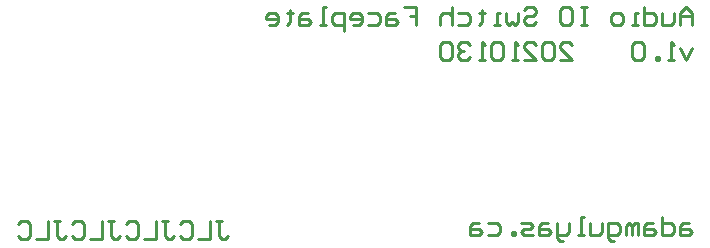
<source format=gbo>
G04*
G04 #@! TF.GenerationSoftware,Altium Limited,Altium Designer,18.1.9 (240)*
G04*
G04 Layer_Color=32896*
%FSLAX43Y43*%
%MOMM*%
G71*
G01*
G75*
%ADD12C,0.254*%
D12*
X183921Y145025D02*
Y146040D01*
X183413Y146548D01*
X182905Y146040D01*
Y145025D01*
Y145786D01*
X183921D01*
X182397Y146040D02*
Y145279D01*
X182144Y145025D01*
X181382D01*
Y146040D01*
X179858Y146548D02*
Y145025D01*
X180620D01*
X180874Y145279D01*
Y145786D01*
X180620Y146040D01*
X179858D01*
X179350Y145025D02*
X178843D01*
X179097D01*
Y146040D01*
X179350D01*
X177827Y145025D02*
X177319D01*
X177065Y145279D01*
Y145786D01*
X177319Y146040D01*
X177827D01*
X178081Y145786D01*
Y145279D01*
X177827Y145025D01*
X175034Y146548D02*
X174526D01*
X174780D01*
Y145025D01*
X175034D01*
X174526D01*
X173003Y146548D02*
X173510D01*
X173764Y146294D01*
Y145279D01*
X173510Y145025D01*
X173003D01*
X172749Y145279D01*
Y146294D01*
X173003Y146548D01*
X169702Y146294D02*
X169956Y146548D01*
X170463D01*
X170717Y146294D01*
Y146040D01*
X170463Y145786D01*
X169956D01*
X169702Y145532D01*
Y145279D01*
X169956Y145025D01*
X170463D01*
X170717Y145279D01*
X169194Y146040D02*
Y145279D01*
X168940Y145025D01*
X168686Y145279D01*
X168432Y145025D01*
X168178Y145279D01*
Y146040D01*
X167670Y145025D02*
X167162D01*
X167416D01*
Y146040D01*
X167670D01*
X166147Y146294D02*
Y146040D01*
X166401D01*
X165893D01*
X166147D01*
Y145279D01*
X165893Y145025D01*
X164115Y146040D02*
X164877D01*
X165131Y145786D01*
Y145279D01*
X164877Y145025D01*
X164115D01*
X163608Y146548D02*
Y145025D01*
Y145786D01*
X163354Y146040D01*
X162846D01*
X162592Y145786D01*
Y145025D01*
X159545Y146548D02*
X160561D01*
Y145786D01*
X160053D01*
X160561D01*
Y145025D01*
X158783Y146040D02*
X158275D01*
X158021Y145786D01*
Y145025D01*
X158783D01*
X159037Y145279D01*
X158783Y145532D01*
X158021D01*
X156498Y146040D02*
X157260D01*
X157514Y145786D01*
Y145279D01*
X157260Y145025D01*
X156498D01*
X155228D02*
X155736D01*
X155990Y145279D01*
Y145786D01*
X155736Y146040D01*
X155228D01*
X154974Y145786D01*
Y145532D01*
X155990D01*
X154467Y144517D02*
Y146040D01*
X153705D01*
X153451Y145786D01*
Y145279D01*
X153705Y145025D01*
X154467D01*
X152943D02*
X152435D01*
X152689D01*
Y146548D01*
X152943D01*
X151420Y146040D02*
X150912D01*
X150658Y145786D01*
Y145025D01*
X151420D01*
X151673Y145279D01*
X151420Y145532D01*
X150658D01*
X149896Y146294D02*
Y146040D01*
X150150D01*
X149642D01*
X149896D01*
Y145279D01*
X149642Y145025D01*
X148119D02*
X148626D01*
X148880Y145279D01*
Y145786D01*
X148626Y146040D01*
X148119D01*
X147865Y145786D01*
Y145532D01*
X148880D01*
X183921Y143095D02*
X183413Y142079D01*
X182905Y143095D01*
X182397Y142079D02*
X181890D01*
X182144D01*
Y143603D01*
X182397Y143349D01*
X181128Y142079D02*
Y142333D01*
X180874D01*
Y142079D01*
X181128D01*
X179858Y143349D02*
X179604Y143603D01*
X179097D01*
X178843Y143349D01*
Y142333D01*
X179097Y142079D01*
X179604D01*
X179858Y142333D01*
Y143349D01*
X172749Y142079D02*
X173764D01*
X172749Y143095D01*
Y143349D01*
X173003Y143603D01*
X173510D01*
X173764Y143349D01*
X172241D02*
X171987Y143603D01*
X171479D01*
X171225Y143349D01*
Y142333D01*
X171479Y142079D01*
X171987D01*
X172241Y142333D01*
Y143349D01*
X169702Y142079D02*
X170717D01*
X169702Y143095D01*
Y143349D01*
X169956Y143603D01*
X170463D01*
X170717Y143349D01*
X169194Y142079D02*
X168686D01*
X168940D01*
Y143603D01*
X169194Y143349D01*
X167924D02*
X167670Y143603D01*
X167162D01*
X166909Y143349D01*
Y142333D01*
X167162Y142079D01*
X167670D01*
X167924Y142333D01*
Y143349D01*
X166401Y142079D02*
X165893D01*
X166147D01*
Y143603D01*
X166401Y143349D01*
X165131D02*
X164877Y143603D01*
X164369D01*
X164115Y143349D01*
Y143095D01*
X164369Y142841D01*
X164623D01*
X164369D01*
X164115Y142587D01*
Y142333D01*
X164369Y142079D01*
X164877D01*
X165131Y142333D01*
X163608Y143349D02*
X163354Y143603D01*
X162846D01*
X162592Y143349D01*
Y142333D01*
X162846Y142079D01*
X163354D01*
X163608Y142333D01*
Y143349D01*
X183667Y128278D02*
X183159D01*
X182905Y128024D01*
Y127262D01*
X183667D01*
X183921Y127516D01*
X183667Y127770D01*
X182905D01*
X181382Y128785D02*
Y127262D01*
X182144D01*
X182397Y127516D01*
Y128024D01*
X182144Y128278D01*
X181382D01*
X180620D02*
X180112D01*
X179858Y128024D01*
Y127262D01*
X180620D01*
X180874Y127516D01*
X180620Y127770D01*
X179858D01*
X179350Y127262D02*
Y128278D01*
X179097D01*
X178843Y128024D01*
Y127262D01*
Y128024D01*
X178589Y128278D01*
X178335Y128024D01*
Y127262D01*
X177319Y126754D02*
X177065D01*
X176811Y127008D01*
Y128278D01*
X177573D01*
X177827Y128024D01*
Y127516D01*
X177573Y127262D01*
X176811D01*
X176303Y128278D02*
Y127516D01*
X176050Y127262D01*
X175288D01*
Y128278D01*
X174780Y127262D02*
X174272D01*
X174526D01*
Y128785D01*
X174780D01*
X173510Y128278D02*
Y127516D01*
X173256Y127262D01*
X172495D01*
Y127008D01*
X172749Y126754D01*
X173003D01*
X172495Y127262D02*
Y128278D01*
X171733D02*
X171225D01*
X170971Y128024D01*
Y127262D01*
X171733D01*
X171987Y127516D01*
X171733Y127770D01*
X170971D01*
X170463Y127262D02*
X169702D01*
X169448Y127516D01*
X169702Y127770D01*
X170209D01*
X170463Y128024D01*
X170209Y128278D01*
X169448D01*
X168940Y127262D02*
Y127516D01*
X168686D01*
Y127262D01*
X168940D01*
X166655Y128278D02*
X167416D01*
X167670Y128024D01*
Y127516D01*
X167416Y127262D01*
X166655D01*
X165893Y128278D02*
X165385D01*
X165131Y128024D01*
Y127262D01*
X165893D01*
X166147Y127516D01*
X165893Y127770D01*
X165131D01*
X143680Y128378D02*
X144188D01*
X143934D01*
Y127108D01*
X144188Y126854D01*
X144442D01*
X144696Y127108D01*
X143172Y128378D02*
Y126854D01*
X142157D01*
X140633Y128124D02*
X140887Y128378D01*
X141395D01*
X141649Y128124D01*
Y127108D01*
X141395Y126854D01*
X140887D01*
X140633Y127108D01*
X139110Y128378D02*
X139618D01*
X139364D01*
Y127108D01*
X139618Y126854D01*
X139872D01*
X140125Y127108D01*
X138602Y128378D02*
Y126854D01*
X137586D01*
X136063Y128124D02*
X136317Y128378D01*
X136825D01*
X137078Y128124D01*
Y127108D01*
X136825Y126854D01*
X136317D01*
X136063Y127108D01*
X134539Y128378D02*
X135047D01*
X134793D01*
Y127108D01*
X135047Y126854D01*
X135301D01*
X135555Y127108D01*
X134031Y128378D02*
Y126854D01*
X133016D01*
X131492Y128124D02*
X131746Y128378D01*
X132254D01*
X132508Y128124D01*
Y127108D01*
X132254Y126854D01*
X131746D01*
X131492Y127108D01*
X129969Y128378D02*
X130477D01*
X130223D01*
Y127108D01*
X130477Y126854D01*
X130731D01*
X130984Y127108D01*
X129461Y128378D02*
Y126854D01*
X128445D01*
X126922Y128124D02*
X127176Y128378D01*
X127684D01*
X127937Y128124D01*
Y127108D01*
X127684Y126854D01*
X127176D01*
X126922Y127108D01*
M02*

</source>
